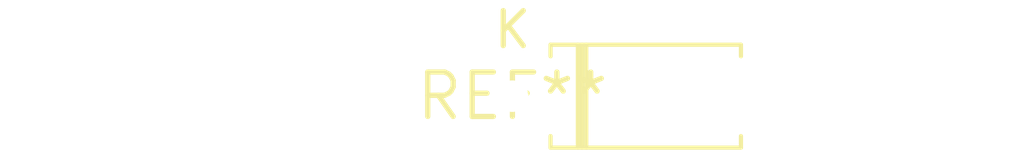
<source format=kicad_pcb>
(kicad_pcb (version 20240108) (generator pcbnew)
  (layers (0 "F.Cu" signal) (31 "B.Cu" signal) (34 "B.Paste" user) (35 "F.Paste" user) (36 "B.SilkS" user "B.Silkscreen") (37 "F.SilkS" user "F.Silkscreen") (38 "B.Mask" user) (39 "F.Mask" user) (44 "Edge.Cuts" user))
  (net 0 "")
  (footprint "D_A-405_P7.62mm_Horizontal" (layer "F.Cu") (at 0 0)
    (property "Reference" "REF**")
    (property "Value" "D_A-405_P7.62mm_Horizontal")
    (fp_line (start 1.09 -1.47) (end 6.53 -1.47) (layer "F.SilkS") (stroke (width 0.12)))
    (fp_line (start 1.09 -1.14) (end 1.09 -1.47) (layer "F.SilkS") (stroke (width 0.12)))
    (fp_line (start 1.09 1.14) (end 1.09 1.47) (layer "F.SilkS") (stroke (width 0.12)))
    (fp_line (start 1.09 1.47) (end 6.53 1.47) (layer "F.SilkS") (stroke (width 0.12)))
    (fp_line (start 1.87 -1.47) (end 1.87 1.47) (layer "F.SilkS") (stroke (width 0.12)))
    (fp_line (start 1.99 -1.47) (end 1.99 1.47) (layer "F.SilkS") (stroke (width 0.12)))
    (fp_line (start 2.11 -1.47) (end 2.11 1.47) (layer "F.SilkS") (stroke (width 0.12)))
    (fp_line (start 6.53 -1.47) (end 6.53 -1.14) (layer "F.SilkS") (stroke (width 0.12)))
    (fp_line (start 6.53 1.47) (end 6.53 1.14) (layer "F.SilkS") (stroke (width 0.12)))
    (fp_text user "K" (at 0 -1.9 0) (layer "F.SilkS"))
    (pad "1" thru_hole rect (at 0 0) (size 1.8 1.8) (drill 0.9) (layers *.Cu *.Mask) (remove_unused_layers))
    (pad "2" thru_hole oval (at 7.62 0) (size 1.8 1.8) (drill 0.9) (layers *.Cu *.Mask) (remove_unused_layers))
  )
)
</source>
